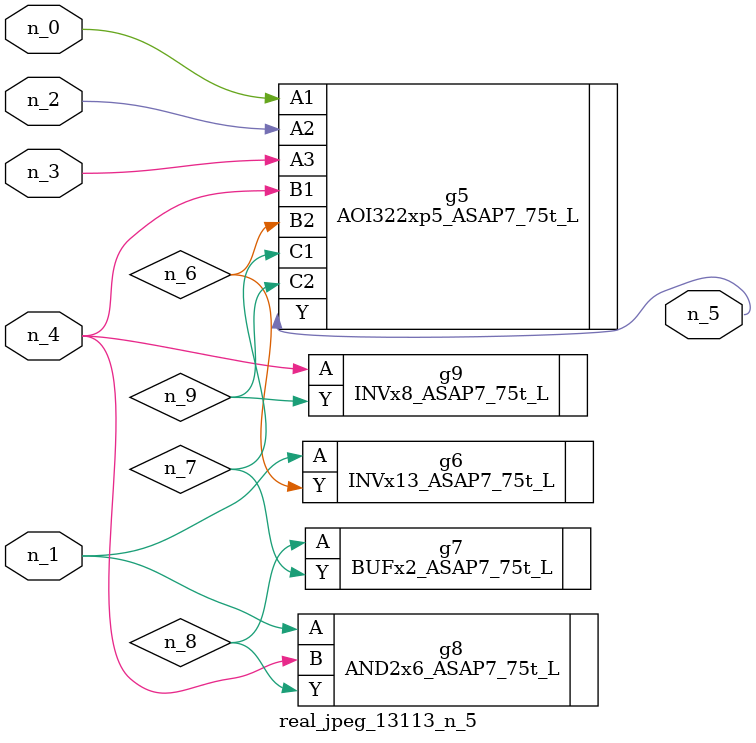
<source format=v>
module real_jpeg_13113_n_5 (n_4, n_0, n_1, n_2, n_3, n_5);

input n_4;
input n_0;
input n_1;
input n_2;
input n_3;

output n_5;

wire n_8;
wire n_6;
wire n_7;
wire n_9;

AOI322xp5_ASAP7_75t_L g5 ( 
.A1(n_0),
.A2(n_2),
.A3(n_3),
.B1(n_4),
.B2(n_6),
.C1(n_7),
.C2(n_9),
.Y(n_5)
);

INVx13_ASAP7_75t_L g6 ( 
.A(n_1),
.Y(n_6)
);

AND2x6_ASAP7_75t_L g8 ( 
.A(n_1),
.B(n_4),
.Y(n_8)
);

INVx8_ASAP7_75t_L g9 ( 
.A(n_4),
.Y(n_9)
);

BUFx2_ASAP7_75t_L g7 ( 
.A(n_8),
.Y(n_7)
);


endmodule
</source>
